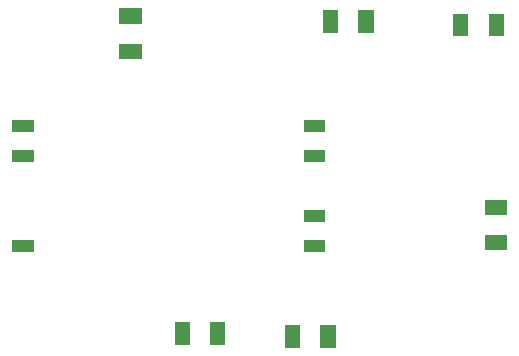
<source format=gbr>
G04 start of page 8 for group -4015 idx -4015 *
G04 Title: (unknown), toppaste *
G04 Creator: pcb 20110918 *
G04 CreationDate: Tue 14 Apr 2015 10:20:40 PM GMT UTC *
G04 For: andrew *
G04 Format: Gerber/RS-274X *
G04 PCB-Dimensions: 374016 236220 *
G04 PCB-Coordinate-Origin: lower left *
%MOIN*%
%FSLAX25Y25*%
%LNTOPPASTE*%
%ADD57R,0.0394X0.0394*%
%ADD56R,0.0512X0.0512*%
G54D56*X176851Y138267D02*Y135905D01*
X188661Y138267D02*Y135905D01*
G54D57*X126429Y63531D02*X129578D01*
X126429Y103531D02*X129578D01*
X29342D02*X32492D01*
X29342Y93531D02*X32492D01*
X29342Y63531D02*X32492D01*
X126429Y73531D02*X129578D01*
X126429Y93531D02*X129578D01*
G54D56*X95787Y35472D02*Y33110D01*
X83977Y35472D02*Y33110D01*
X132637Y34527D02*Y32165D01*
X120827Y34527D02*Y32165D01*
X187402Y76377D02*X189764D01*
X187402Y64567D02*X189764D01*
X65630Y140077D02*X67992D01*
X65630Y128267D02*X67992D01*
X133465Y139448D02*Y137086D01*
X145275Y139448D02*Y137086D01*
M02*

</source>
